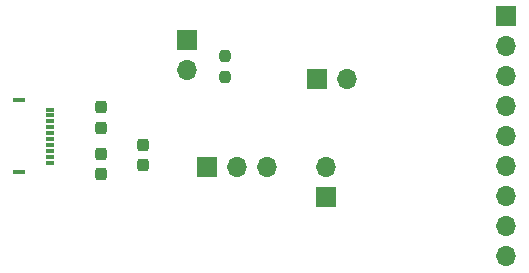
<source format=gts>
%TF.GenerationSoftware,KiCad,Pcbnew,8.0.3*%
%TF.CreationDate,2024-06-23T18:27:21+02:00*%
%TF.ProjectId,LS018B7DH02_breakout,4c533031-3842-4374-9448-30325f627265,rev?*%
%TF.SameCoordinates,Original*%
%TF.FileFunction,Soldermask,Top*%
%TF.FilePolarity,Negative*%
%FSLAX46Y46*%
G04 Gerber Fmt 4.6, Leading zero omitted, Abs format (unit mm)*
G04 Created by KiCad (PCBNEW 8.0.3) date 2024-06-23 18:27:21*
%MOMM*%
%LPD*%
G01*
G04 APERTURE LIST*
G04 Aperture macros list*
%AMRoundRect*
0 Rectangle with rounded corners*
0 $1 Rounding radius*
0 $2 $3 $4 $5 $6 $7 $8 $9 X,Y pos of 4 corners*
0 Add a 4 corners polygon primitive as box body*
4,1,4,$2,$3,$4,$5,$6,$7,$8,$9,$2,$3,0*
0 Add four circle primitives for the rounded corners*
1,1,$1+$1,$2,$3*
1,1,$1+$1,$4,$5*
1,1,$1+$1,$6,$7*
1,1,$1+$1,$8,$9*
0 Add four rect primitives between the rounded corners*
20,1,$1+$1,$2,$3,$4,$5,0*
20,1,$1+$1,$4,$5,$6,$7,0*
20,1,$1+$1,$6,$7,$8,$9,0*
20,1,$1+$1,$8,$9,$2,$3,0*%
G04 Aperture macros list end*
%ADD10R,1.700000X1.700000*%
%ADD11O,1.700000X1.700000*%
%ADD12RoundRect,0.237500X0.237500X-0.300000X0.237500X0.300000X-0.237500X0.300000X-0.237500X-0.300000X0*%
%ADD13RoundRect,0.237500X-0.237500X0.300000X-0.237500X-0.300000X0.237500X-0.300000X0.237500X0.300000X0*%
%ADD14R,0.700000X0.300000*%
%ADD15R,1.000000X0.300000*%
%ADD16RoundRect,0.237500X0.237500X-0.250000X0.237500X0.250000X-0.237500X0.250000X-0.237500X-0.250000X0*%
G04 APERTURE END LIST*
D10*
%TO.C,J6*%
X87750000Y-85250000D03*
D11*
X87750000Y-87790000D03*
%TD*%
D12*
%TO.C,C1*%
X80507703Y-92677656D03*
X80507703Y-90952656D03*
%TD*%
D13*
%TO.C,C3*%
X80489636Y-94852205D03*
X80489636Y-96577205D03*
%TD*%
D10*
%TO.C,J3*%
X89500000Y-96000000D03*
D11*
X92040000Y-96000000D03*
X94580000Y-96000000D03*
%TD*%
D13*
%TO.C,C2*%
X84000000Y-94124301D03*
X84000000Y-95849301D03*
%TD*%
D14*
%TO.C,J2*%
X76150000Y-91125000D03*
X76150000Y-91625000D03*
X76150000Y-92125000D03*
X76150000Y-92625000D03*
X76150000Y-93125000D03*
X76150000Y-93625000D03*
X76150000Y-94125000D03*
X76150000Y-94625000D03*
X76150000Y-95125000D03*
X76150000Y-95625000D03*
D15*
X73500000Y-90335000D03*
X73500000Y-96415000D03*
%TD*%
D10*
%TO.C,J1*%
X114789506Y-83245958D03*
D11*
X114789506Y-85785958D03*
X114789506Y-88325958D03*
X114789506Y-90865958D03*
X114789506Y-93405958D03*
X114789506Y-95945958D03*
X114789506Y-98485958D03*
X114789506Y-101025958D03*
X114789506Y-103565958D03*
%TD*%
D16*
%TO.C,R1*%
X91000000Y-88412500D03*
X91000000Y-86587500D03*
%TD*%
D10*
%TO.C,J4*%
X98750000Y-88500000D03*
D11*
X101290000Y-88500000D03*
%TD*%
D10*
%TO.C,J5*%
X99500000Y-98525000D03*
D11*
X99500000Y-95985000D03*
%TD*%
M02*

</source>
